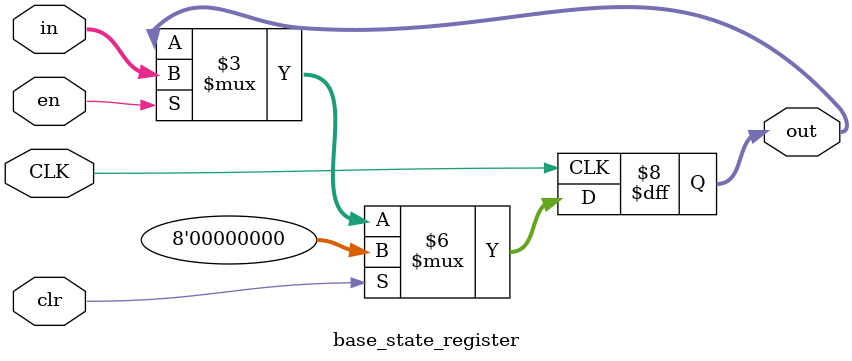
<source format=v>
`timescale 1ns / 1ps


module base_state_register(
    input CLK,
    input clr,
    input en,
    input [7:0] in,
    output [7:0] out
    );
    
    parameter B = 8'b00000000;
    
    reg [7:0] out;
    
    always @ (posedge CLK) begin
        if (clr) begin
            out <= B;
        end
        else if (en) begin
            out <= in;
        end
        else begin
            out <= out;
        end
    end
    
endmodule

</source>
